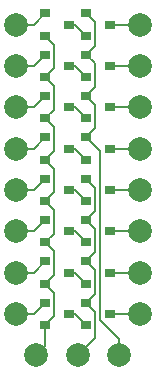
<source format=gtl>
%TF.GenerationSoftware,KiCad,Pcbnew,(5.1.9)-1*%
%TF.CreationDate,2022-08-31T17:27:34+02:00*%
%TF.ProjectId,tristate,74726973-7461-4746-952e-6b696361645f,rev?*%
%TF.SameCoordinates,Original*%
%TF.FileFunction,Copper,L1,Top*%
%TF.FilePolarity,Positive*%
%FSLAX46Y46*%
G04 Gerber Fmt 4.6, Leading zero omitted, Abs format (unit mm)*
G04 Created by KiCad (PCBNEW (5.1.9)-1) date 2022-08-31 17:27:34*
%MOMM*%
%LPD*%
G01*
G04 APERTURE LIST*
%TA.AperFunction,ComponentPad*%
%ADD10C,2.000000*%
%TD*%
%TA.AperFunction,SMDPad,CuDef*%
%ADD11R,0.900000X0.800000*%
%TD*%
%TA.AperFunction,Conductor*%
%ADD12C,0.200000*%
%TD*%
G04 APERTURE END LIST*
D10*
%TO.P,OUT2,1*%
%TO.N,/OUT2*%
X140000000Y-80500000D03*
%TD*%
%TO.P,IN6,1*%
%TO.N,/OE2*%
X138250000Y-91000000D03*
%TD*%
%TO.P,IN5,1*%
%TO.N,GND*%
X131250000Y-91000000D03*
%TD*%
%TO.P,IN4,1*%
%TO.N,/OE*%
X134750000Y-91000000D03*
%TD*%
D11*
%TO.P,Q15,3*%
%TO.N,Net-(Q11-Pad2)*%
X134000000Y-63000000D03*
%TO.P,Q15,2*%
%TO.N,GND*%
X132000000Y-63950000D03*
%TO.P,Q15,1*%
%TO.N,Net-(IN10-Pad1)*%
X132000000Y-62050000D03*
%TD*%
%TO.P,Q11,3*%
%TO.N,/OUT7*%
X137500000Y-63000000D03*
%TO.P,Q11,2*%
%TO.N,Net-(Q11-Pad2)*%
X135500000Y-63950000D03*
%TO.P,Q11,1*%
%TO.N,/OE2*%
X135500000Y-62050000D03*
%TD*%
%TO.P,Q14,3*%
%TO.N,Net-(Q10-Pad2)*%
X134000000Y-66500000D03*
%TO.P,Q14,2*%
%TO.N,GND*%
X132000000Y-67450000D03*
%TO.P,Q14,1*%
%TO.N,Net-(IN9-Pad1)*%
X132000000Y-65550000D03*
%TD*%
%TO.P,Q10,3*%
%TO.N,/OUT6*%
X137500000Y-66500000D03*
%TO.P,Q10,2*%
%TO.N,Net-(Q10-Pad2)*%
X135500000Y-67450000D03*
%TO.P,Q10,1*%
%TO.N,/OE2*%
X135500000Y-65550000D03*
%TD*%
%TO.P,Q13,3*%
%TO.N,Net-(Q13-Pad3)*%
X134000000Y-70000000D03*
%TO.P,Q13,2*%
%TO.N,GND*%
X132000000Y-70950000D03*
%TO.P,Q13,1*%
%TO.N,Net-(IN8-Pad1)*%
X132000000Y-69050000D03*
%TD*%
%TO.P,Q9,3*%
%TO.N,/OUT5*%
X137500000Y-70000000D03*
%TO.P,Q9,2*%
%TO.N,Net-(Q13-Pad3)*%
X135500000Y-70950000D03*
%TO.P,Q9,1*%
%TO.N,/OE2*%
X135500000Y-69050000D03*
%TD*%
%TO.P,Q12,3*%
%TO.N,Net-(Q12-Pad3)*%
X134000000Y-73500000D03*
%TO.P,Q12,2*%
%TO.N,GND*%
X132000000Y-74450000D03*
%TO.P,Q12,1*%
%TO.N,Net-(IN7-Pad1)*%
X132000000Y-72550000D03*
%TD*%
%TO.P,Q8,3*%
%TO.N,/OUT4*%
X137500000Y-73500000D03*
%TO.P,Q8,2*%
%TO.N,Net-(Q12-Pad3)*%
X135500000Y-74450000D03*
%TO.P,Q8,1*%
%TO.N,/OE2*%
X135500000Y-72550000D03*
%TD*%
D10*
%TO.P,OUT7,1*%
%TO.N,/OUT7*%
X140000000Y-63000000D03*
%TD*%
%TO.P,OUT6,1*%
%TO.N,/OUT6*%
X140000000Y-66500000D03*
%TD*%
%TO.P,OUT5,1*%
%TO.N,/OUT5*%
X140000000Y-70000000D03*
%TD*%
%TO.P,OUT4,1*%
%TO.N,/OUT4*%
X140000000Y-73500000D03*
%TD*%
%TO.P,IN10,1*%
%TO.N,Net-(IN10-Pad1)*%
X129500000Y-63000000D03*
%TD*%
%TO.P,IN9,1*%
%TO.N,Net-(IN9-Pad1)*%
X129500000Y-66500000D03*
%TD*%
%TO.P,IN8,1*%
%TO.N,Net-(IN8-Pad1)*%
X129500000Y-70000000D03*
%TD*%
%TO.P,IN7,1*%
%TO.N,Net-(IN7-Pad1)*%
X129500000Y-73500000D03*
%TD*%
D11*
%TO.P,Q7,3*%
%TO.N,Net-(Q3-Pad2)*%
X134000000Y-77000000D03*
%TO.P,Q7,2*%
%TO.N,GND*%
X132000000Y-77950000D03*
%TO.P,Q7,1*%
%TO.N,Net-(IN3-Pad1)*%
X132000000Y-76050000D03*
%TD*%
%TO.P,Q3,3*%
%TO.N,/OUT3*%
X137500000Y-77000000D03*
%TO.P,Q3,2*%
%TO.N,Net-(Q3-Pad2)*%
X135500000Y-77950000D03*
%TO.P,Q3,1*%
%TO.N,/OE*%
X135500000Y-76050000D03*
%TD*%
%TO.P,Q6,3*%
%TO.N,Net-(Q2-Pad2)*%
X134000000Y-80500000D03*
%TO.P,Q6,2*%
%TO.N,GND*%
X132000000Y-81450000D03*
%TO.P,Q6,1*%
%TO.N,Net-(IN2-Pad1)*%
X132000000Y-79550000D03*
%TD*%
%TO.P,Q2,3*%
%TO.N,/OUT2*%
X137500000Y-80500000D03*
%TO.P,Q2,2*%
%TO.N,Net-(Q2-Pad2)*%
X135500000Y-81450000D03*
%TO.P,Q2,1*%
%TO.N,/OE*%
X135500000Y-79550000D03*
%TD*%
%TO.P,Q5,3*%
%TO.N,Net-(Q1-Pad2)*%
X134000000Y-84000000D03*
%TO.P,Q5,2*%
%TO.N,GND*%
X132000000Y-84950000D03*
%TO.P,Q5,1*%
%TO.N,Net-(IN1-Pad1)*%
X132000000Y-83050000D03*
%TD*%
%TO.P,Q1,3*%
%TO.N,/OUT1*%
X137500000Y-84000000D03*
%TO.P,Q1,2*%
%TO.N,Net-(Q1-Pad2)*%
X135500000Y-84950000D03*
%TO.P,Q1,1*%
%TO.N,/OE*%
X135500000Y-83050000D03*
%TD*%
%TO.P,Q4,3*%
%TO.N,Net-(Q0-Pad2)*%
X134000000Y-87500000D03*
%TO.P,Q4,2*%
%TO.N,GND*%
X132000000Y-88450000D03*
%TO.P,Q4,1*%
%TO.N,Net-(IN0-Pad1)*%
X132000000Y-86550000D03*
%TD*%
%TO.P,Q0,3*%
%TO.N,/OUT0*%
X137500000Y-87500000D03*
%TO.P,Q0,2*%
%TO.N,Net-(Q0-Pad2)*%
X135500000Y-88450000D03*
%TO.P,Q0,1*%
%TO.N,/OE*%
X135500000Y-86550000D03*
%TD*%
D10*
%TO.P,OUT3,1*%
%TO.N,/OUT3*%
X140000000Y-77000000D03*
%TD*%
%TO.P,OUT1,1*%
%TO.N,/OUT1*%
X140000000Y-84000000D03*
%TD*%
%TO.P,OUT0,1*%
%TO.N,/OUT0*%
X140000000Y-87500000D03*
%TD*%
%TO.P,IN3,1*%
%TO.N,Net-(IN3-Pad1)*%
X129500000Y-77000000D03*
%TD*%
%TO.P,IN2,1*%
%TO.N,Net-(IN2-Pad1)*%
X129500000Y-80500000D03*
%TD*%
%TO.P,IN1,1*%
%TO.N,Net-(IN1-Pad1)*%
X129500000Y-84000000D03*
%TD*%
%TO.P,IN0,1*%
%TO.N,Net-(IN0-Pad1)*%
X129500000Y-87500000D03*
%TD*%
D12*
%TO.N,Net-(IN1-Pad1)*%
X131050000Y-84000000D02*
X132000000Y-83050000D01*
X129500000Y-84000000D02*
X131050000Y-84000000D01*
%TO.N,Net-(IN2-Pad1)*%
X131050000Y-80500000D02*
X132000000Y-79550000D01*
X129500000Y-80500000D02*
X131050000Y-80500000D01*
%TO.N,Net-(IN3-Pad1)*%
X131050000Y-77000000D02*
X132000000Y-76050000D01*
X129500000Y-77000000D02*
X131050000Y-77000000D01*
%TO.N,/OE*%
X136250001Y-78799999D02*
X135500000Y-79550000D01*
X136250001Y-82299999D02*
X135500000Y-83050000D01*
X136250001Y-85799999D02*
X135500000Y-86550000D01*
X136250001Y-76800001D02*
X136250001Y-78799999D01*
X136250001Y-80300001D02*
X136250001Y-82299999D01*
X136250001Y-83800001D02*
X136250001Y-85799999D01*
X135500000Y-76050000D02*
X136250001Y-76800001D01*
X135500000Y-79550000D02*
X136250001Y-80300001D01*
X135500000Y-83050000D02*
X136250001Y-83800001D01*
X136250001Y-87300001D02*
X135500000Y-86550000D01*
X134750000Y-91000000D02*
X136250001Y-89499999D01*
X136250001Y-88249999D02*
X136250001Y-87300001D01*
X136250001Y-89499999D02*
X136250001Y-88249999D01*
X136250001Y-88350001D02*
X136250001Y-88249999D01*
%TO.N,Net-(Q1-Pad2)*%
X134550000Y-84000000D02*
X135500000Y-84950000D01*
X134000000Y-84000000D02*
X134550000Y-84000000D01*
%TO.N,GND*%
X132750001Y-66699999D02*
X132000000Y-67450000D01*
X132750001Y-64700001D02*
X132750001Y-66699999D01*
X132000000Y-63950000D02*
X132750001Y-64700001D01*
X132750001Y-68200001D02*
X132750001Y-70199999D01*
X132750001Y-71700001D02*
X132750001Y-73699999D01*
X132750001Y-75200001D02*
X132750001Y-77199999D01*
X132750001Y-78700001D02*
X132750001Y-80699999D01*
X132750001Y-82200001D02*
X132750001Y-84199999D01*
X132750001Y-85700001D02*
X132750001Y-87699999D01*
X132000000Y-67450000D02*
X132750001Y-68200001D01*
X132000000Y-70950000D02*
X132750001Y-71700001D01*
X132000000Y-74450000D02*
X132750001Y-75200001D01*
X132000000Y-77950000D02*
X132750001Y-78700001D01*
X132000000Y-81450000D02*
X132750001Y-82200001D01*
X132000000Y-84950000D02*
X132750001Y-85700001D01*
X132750001Y-70199999D02*
X132000000Y-70950000D01*
X132750001Y-73699999D02*
X132000000Y-74450000D01*
X132750001Y-77199999D02*
X132000000Y-77950000D01*
X132750001Y-80699999D02*
X132000000Y-81450000D01*
X132750001Y-84199999D02*
X132000000Y-84950000D01*
X132750001Y-87699999D02*
X132000000Y-88450000D01*
X132000000Y-90250000D02*
X131250000Y-91000000D01*
X132000000Y-88450000D02*
X132000000Y-90250000D01*
%TO.N,Net-(Q3-Pad2)*%
X134550000Y-77000000D02*
X135500000Y-77950000D01*
X134000000Y-77000000D02*
X134550000Y-77000000D01*
%TO.N,Net-(IN7-Pad1)*%
X131050000Y-73500000D02*
X132000000Y-72550000D01*
X129500000Y-73500000D02*
X131050000Y-73500000D01*
%TO.N,Net-(IN8-Pad1)*%
X131050000Y-70000000D02*
X132000000Y-69050000D01*
X129500000Y-70000000D02*
X131050000Y-70000000D01*
%TO.N,Net-(IN9-Pad1)*%
X131050000Y-66500000D02*
X132000000Y-65550000D01*
X129500000Y-66500000D02*
X131050000Y-66500000D01*
%TO.N,Net-(IN10-Pad1)*%
X131050000Y-63000000D02*
X132000000Y-62050000D01*
X129500000Y-63000000D02*
X131050000Y-63000000D01*
%TO.N,Net-(Q11-Pad2)*%
X134550000Y-63000000D02*
X135500000Y-63950000D01*
X134000000Y-63000000D02*
X134550000Y-63000000D01*
%TO.N,/OE2*%
X136250001Y-64799999D02*
X135500000Y-65550000D01*
X136250001Y-62800001D02*
X136250001Y-64799999D01*
X135500000Y-62050000D02*
X136250001Y-62800001D01*
X136250001Y-68299999D02*
X135500000Y-69050000D01*
X136250001Y-71799999D02*
X135500000Y-72550000D01*
X136250001Y-66300001D02*
X136250001Y-68299999D01*
X136250001Y-69800001D02*
X136250001Y-71799999D01*
X135500000Y-65550000D02*
X136250001Y-66300001D01*
X135500000Y-69050000D02*
X136250001Y-69800001D01*
X136650011Y-73700011D02*
X135500000Y-72550000D01*
X136650011Y-88040013D02*
X136650011Y-73700011D01*
X138250000Y-89640002D02*
X136650011Y-88040013D01*
X138250000Y-91000000D02*
X138250000Y-89640002D01*
%TO.N,Net-(IN0-Pad1)*%
X131050000Y-87500000D02*
X132000000Y-86550000D01*
X129500000Y-87500000D02*
X131050000Y-87500000D01*
%TO.N,Net-(Q0-Pad2)*%
X134550000Y-87500000D02*
X135500000Y-88450000D01*
X134000000Y-87500000D02*
X134550000Y-87500000D01*
%TO.N,Net-(Q2-Pad2)*%
X134550000Y-80500000D02*
X135500000Y-81450000D01*
X134000000Y-80500000D02*
X134550000Y-80500000D01*
%TO.N,Net-(Q12-Pad3)*%
X134550000Y-73500000D02*
X135500000Y-74450000D01*
X134000000Y-73500000D02*
X134550000Y-73500000D01*
%TO.N,Net-(Q13-Pad3)*%
X134550000Y-70000000D02*
X135500000Y-70950000D01*
X134000000Y-70000000D02*
X134550000Y-70000000D01*
%TO.N,Net-(Q10-Pad2)*%
X134550000Y-66500000D02*
X135500000Y-67450000D01*
X134000000Y-66500000D02*
X134550000Y-66500000D01*
%TO.N,/OUT0*%
X137500000Y-87500000D02*
X140000000Y-87500000D01*
%TO.N,/OUT1*%
X137500000Y-84000000D02*
X140000000Y-84000000D01*
%TO.N,/OUT2*%
X137500000Y-80500000D02*
X140000000Y-80500000D01*
%TO.N,/OUT3*%
X137500000Y-77000000D02*
X140000000Y-77000000D01*
%TO.N,/OUT4*%
X137500000Y-73500000D02*
X140000000Y-73500000D01*
%TO.N,/OUT5*%
X137500000Y-70000000D02*
X140000000Y-70000000D01*
%TO.N,/OUT6*%
X137500000Y-66500000D02*
X140000000Y-66500000D01*
%TO.N,/OUT7*%
X137500000Y-63000000D02*
X140000000Y-63000000D01*
%TD*%
M02*

</source>
